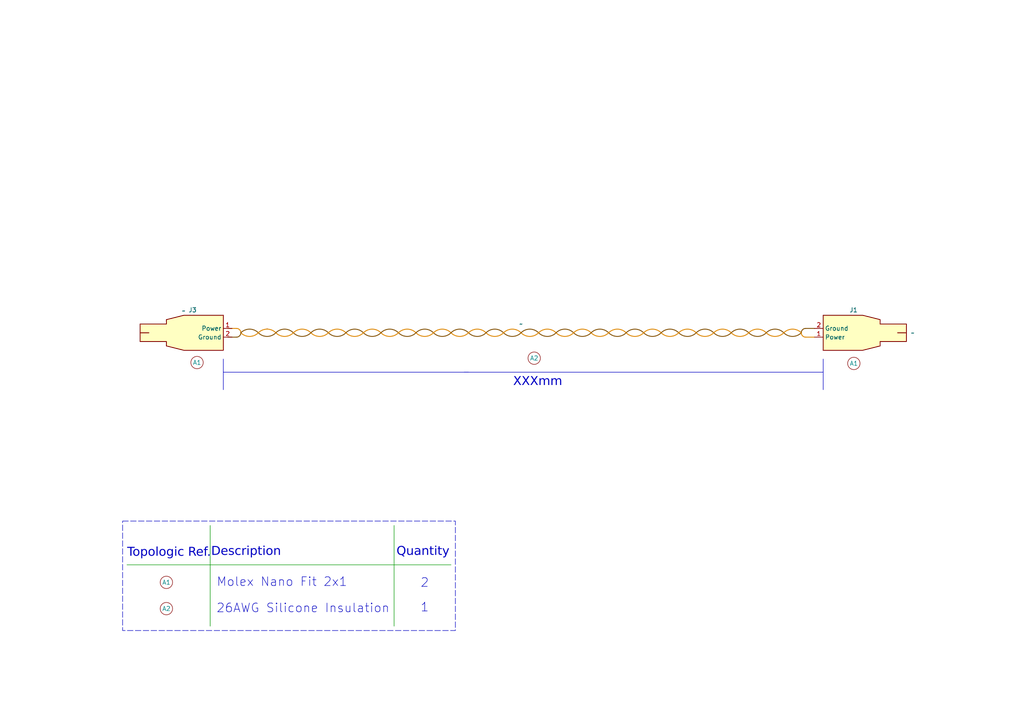
<source format=kicad_sch>
(kicad_sch (version 20231120) (generator "eeschema") (generator_version "8.0")
  (paper "A4")
  (lib_symbols
    (symbol "Molex_Nano_Fit_2x1_1"
      (property "Reference" "J" (at -6.35 7.366 0))
      (symbol "Molex_Nano_Fit_2x1_1_0_1"
        (polyline (pts (xy 8.89 10.16) (xy 8.89 10.16)))
        (polyline (pts (xy -3.81 8.89) (xy 6.35 8.89) (xy 6.35 -2.54) (xy 5.08 -7.62) (xy 3.81 -7.62) (xy 3.81 -15.24) (xy 1.27 -15.24) (xy 1.27 -12.7) (xy 1.27 -12.7) (xy 1.27 -15.24) (xy -1.27 -15.24) (xy -1.27 -7.62) (xy -2.54 -7.62) (xy -3.81 -2.54) (xy -3.81 8.89)) (stroke (width 0.254)) (fill (type color) (color 255 255 194 1)))
      )
      (symbol "Molex_Nano_Fit_2x1_1_1_1"
        (pin input line (at 0 11.43 270) (length 2.54) (name "Power") (number "1"))
        (pin input line (at 2.54 11.43 270) (length 2.54) (name "Ground") (number "2"))
      )
    )
    (symbol "connectors:Molex_Nano_Fit_2x1"
      (property "Reference" "J" (at -6.35 7.366 0))
      (symbol "Molex_Nano_Fit_2x1_0_1"
        (polyline (pts (xy 8.89 10.16) (xy 8.89 10.16)))
        (polyline (pts (xy -3.81 8.89) (xy 6.35 8.89) (xy 6.35 -2.54) (xy 5.08 -7.62) (xy 3.81 -7.62) (xy 3.81 -15.24) (xy 1.27 -15.24) (xy 1.27 -12.7) (xy 1.27 -12.7) (xy 1.27 -15.24) (xy -1.27 -15.24) (xy -1.27 -7.62) (xy -2.54 -7.62) (xy -3.81 -2.54) (xy -3.81 8.89)) (stroke (width 0.254)) (fill (type color) (color 255 255 194 1)))
      )
      (symbol "Molex_Nano_Fit_2x1_1_1"
        (pin input line (at 0 11.43 270) (length 2.54) (name "Power") (number "1"))
        (pin input line (at 2.54 11.43 270) (length 2.54) (name "Ground") (number "2"))
      )
    )
    (symbol "connectors:Twisted_Cable"
      (property "Reference" "U" (at 0 0 0))
      (symbol "Twisted_Cable_0_1"
        (arc (start -8.8899 -1.2701) (mid -7.9919 -0.8981) (end -7.6199 -0.0001) (stroke (width 0.254) (color 128 77 0 1)))
        (arc (start -7.62 0) (mid -7.992 0.898) (end -8.89 1.27) (stroke (width 0.254) (color 221 133 0 1)))
        (arc (start -7.62 0) (mid -5.08 -1.0521) (end -2.54 0) (stroke (width 0.254) (color 221 133 0 1)))
        (arc (start -2.54 0) (mid -5.08 1.0521) (end -7.62 0) (stroke (width 0.254) (color 128 77 0 1)))
        (arc (start -2.54 0) (mid 0 -1.0521) (end 2.54 0) (stroke (width 0.254) (color 128 77 0 1)))
        (polyline (pts (xy -8.89 -1.27) (xy -11.43 -1.27)) (stroke (width 0.254) (color 128 77 0 1)))
        (polyline (pts (xy -8.89 -1.27) (xy -8.89 -1.27)))
        (polyline (pts (xy -8.89 1.27) (xy -11.43 1.27)) (stroke (width 0.254) (color 221 133 0 1)))
        (polyline (pts (xy 156.21 -1.27) (xy 158.75 -1.27)) (stroke (width 0.254) (color 221 133 0 1)))
        (polyline (pts (xy 156.21 1.27) (xy 158.75 1.27)) (stroke (width 0.254) (color 128 77 0 1)))
        (arc (start 0 1.27) (mid 0 1.27) (end 0 1.27))
        (arc (start 2.54 0) (mid 0 1.0521) (end -2.54 0) (stroke (width 0.254) (color 221 133 0 1)))
        (arc (start 2.54 0) (mid 2.54 0) (end 2.54 0))
        (arc (start 2.54 0) (mid 5.08 -1.0521) (end 7.62 0) (stroke (width 0.254) (color 221 133 0 1)))
        (arc (start 7.62 0) (mid 5.08 1.0521) (end 2.54 0) (stroke (width 0.254) (color 128 77 0 1)))
        (arc (start 7.62 0) (mid 7.62 0) (end 7.62 0))
        (arc (start 7.62 0) (mid 10.16 -1.0521) (end 12.7 0) (stroke (width 0.254) (color 128 77 0 1)))
        (arc (start 12.7 0) (mid 10.16 1.0521) (end 7.62 0) (stroke (width 0.254) (color 221 133 0 1)))
        (arc (start 12.7 0) (mid 15.24 -1.0521) (end 17.78 0) (stroke (width 0.254) (color 221 133 0 1)))
        (arc (start 17.78 0) (mid 15.24 1.0521) (end 12.7 0) (stroke (width 0.254) (color 128 77 0 1)))
        (arc (start 17.78 0) (mid 17.78 0) (end 17.78 0))
        (arc (start 17.78 0) (mid 20.32 -1.0521) (end 22.86 0) (stroke (width 0.254) (color 128 77 0 1)))
        (arc (start 22.86 0) (mid 20.32 1.0521) (end 17.78 0) (stroke (width 0.254) (color 221 133 0 1)))
        (arc (start 22.86 0) (mid 25.4 -1.0521) (end 27.94 0) (stroke (width 0.254) (color 221 133 0 1)))
        (arc (start 27.94 0) (mid 25.4 1.0521) (end 22.86 0) (stroke (width 0.254) (color 128 77 0 1)))
        (arc (start 27.94 0) (mid 27.94 0) (end 27.94 0))
        (arc (start 27.94 0) (mid 30.48 -1.0521) (end 33.02 0) (stroke (width 0.254) (color 128 77 0 1)))
        (arc (start 33.02 0) (mid 30.48 1.0521) (end 27.94 0) (stroke (width 0.254) (color 221 133 0 1)))
        (arc (start 33.02 0) (mid 35.56 -1.0521) (end 38.1 0) (stroke (width 0.254) (color 221 133 0 1)))
        (arc (start 38.1 0) (mid 35.56 1.0521) (end 33.02 0) (stroke (width 0.254) (color 128 77 0 1)))
        (arc (start 38.1 0) (mid 38.1 0) (end 38.1 0))
        (arc (start 38.1 0) (mid 40.64 -1.0521) (end 43.18 0) (stroke (width 0.254) (color 128 77 0 1)))
        (arc (start 43.18 0) (mid 40.64 1.0521) (end 38.1 0) (stroke (width 0.254) (color 221 133 0 1)))
        (arc (start 43.18 0) (mid 45.72 -1.0521) (end 48.26 0) (stroke (width 0.254) (color 221 133 0 1)))
        (arc (start 48.26 0) (mid 45.72 1.0521) (end 43.18 0) (stroke (width 0.254) (color 128 77 0 1)))
        (arc (start 48.26 0) (mid 48.26 0) (end 48.26 0))
        (arc (start 48.26 0) (mid 50.8 -1.0521) (end 53.34 0) (stroke (width 0.254) (color 128 77 0 1)))
        (arc (start 53.34 0) (mid 50.8 1.0521) (end 48.26 0) (stroke (width 0.254) (color 221 133 0 1)))
        (arc (start 53.34 0) (mid 55.88 -1.0521) (end 58.42 0) (stroke (width 0.254) (color 221 133 0 1)))
        (arc (start 58.42 0) (mid 55.88 1.0521) (end 53.34 0) (stroke (width 0.254) (color 128 77 0 1)))
        (arc (start 58.42 0) (mid 58.42 0) (end 58.42 0))
        (arc (start 58.42 0) (mid 60.96 -1.0521) (end 63.5 0) (stroke (width 0.254) (color 128 77 0 1)))
        (arc (start 63.5 0) (mid 60.96 1.0521) (end 58.42 0) (stroke (width 0.254) (color 221 133 0 1)))
        (arc (start 63.5 0) (mid 66.04 -1.0521) (end 68.58 0) (stroke (width 0.254) (color 221 133 0 1)))
        (arc (start 68.58 0) (mid 66.04 1.0521) (end 63.5 0) (stroke (width 0.254) (color 128 77 0 1)))
        (arc (start 68.58 0) (mid 68.58 0) (end 68.58 0))
        (arc (start 68.58 0) (mid 71.12 -1.0521) (end 73.66 0) (stroke (width 0.254) (color 128 77 0 1)))
        (arc (start 73.66 0) (mid 71.12 1.0521) (end 68.58 0) (stroke (width 0.254) (color 221 133 0 1)))
        (arc (start 73.66 0) (mid 76.2 -1.0521) (end 78.74 0) (stroke (width 0.254) (color 221 133 0 1)))
        (arc (start 78.74 0) (mid 76.2 1.0521) (end 73.66 0) (stroke (width 0.254) (color 128 77 0 1)))
        (arc (start 78.74 0) (mid 78.74 0) (end 78.74 0))
        (arc (start 78.74 0) (mid 81.28 -1.0521) (end 83.82 0) (stroke (width 0.254) (color 128 77 0 1)))
        (arc (start 83.82 0) (mid 81.28 1.0521) (end 78.74 0) (stroke (width 0.254) (color 221 133 0 1)))
        (arc (start 83.82 0) (mid 86.36 -1.0521) (end 88.9 0) (stroke (width 0.254) (color 221 133 0 1)))
        (arc (start 88.9 0) (mid 86.36 1.0521) (end 83.82 0) (stroke (width 0.254) (color 128 77 0 1)))
        (arc (start 88.9 0) (mid 88.9 0) (end 88.9 0))
        (arc (start 88.9 0) (mid 91.44 -1.0521) (end 93.98 0) (stroke (width 0.254) (color 128 77 0 1)))
        (arc (start 93.98 0) (mid 91.44 1.0521) (end 88.9 0) (stroke (width 0.254) (color 221 133 0 1)))
        (arc (start 93.98 0) (mid 96.52 -1.0521) (end 99.06 0) (stroke (width 0.254) (color 221 133 0 1)))
        (arc (start 99.06 0) (mid 96.52 1.0521) (end 93.98 0) (stroke (width 0.254) (color 128 77 0 1)))
        (arc (start 99.06 0) (mid 99.06 0) (end 99.06 0))
        (arc (start 99.06 0) (mid 101.6 -1.0521) (end 104.14 0) (stroke (width 0.254) (color 128 77 0 1)))
        (arc (start 104.14 0) (mid 101.6 1.0521) (end 99.06 0) (stroke (width 0.254) (color 221 133 0 1)))
        (arc (start 104.14 0) (mid 106.68 -1.0521) (end 109.22 0) (stroke (width 0.254) (color 221 133 0 1)))
        (arc (start 109.22 0) (mid 106.68 1.0521) (end 104.14 0) (stroke (width 0.254) (color 128 77 0 1)))
        (arc (start 109.22 0) (mid 109.22 0) (end 109.22 0))
        (arc (start 109.22 0) (mid 111.76 -1.0521) (end 114.3 0) (stroke (width 0.254) (color 128 77 0 1)))
        (arc (start 114.3 0) (mid 111.76 1.0521) (end 109.22 0) (stroke (width 0.254) (color 221 133 0 1)))
        (arc (start 114.3 0) (mid 116.84 -1.0521) (end 119.38 0) (stroke (width 0.254) (color 221 133 0 1)))
        (arc (start 119.38 0) (mid 116.84 1.0521) (end 114.3 0) (stroke (width 0.254) (color 128 77 0 1)))
        (arc (start 119.38 0) (mid 119.38 0) (end 119.38 0))
        (arc (start 119.38 0) (mid 121.92 -1.0521) (end 124.46 0) (stroke (width 0.254) (color 128 77 0 1)))
        (arc (start 124.46 0) (mid 121.92 1.0521) (end 119.38 0) (stroke (width 0.254) (color 221 133 0 1)))
        (arc (start 124.46 0) (mid 127 -1.0521) (end 129.54 0) (stroke (width 0.254) (color 221 133 0 1)))
        (arc (start 129.54 0) (mid 127 1.0521) (end 124.46 0) (stroke (width 0.254) (color 128 77 0 1)))
        (arc (start 129.54 0) (mid 129.54 0) (end 129.54 0))
        (arc (start 129.54 0) (mid 132.08 -1.0521) (end 134.62 0) (stroke (width 0.254) (color 128 77 0 1)))
        (arc (start 134.62 0) (mid 132.08 1.0521) (end 129.54 0) (stroke (width 0.254) (color 221 133 0 1)))
        (arc (start 134.62 0) (mid 137.16 -1.0521) (end 139.7 0) (stroke (width 0.254) (color 221 133 0 1)))
        (arc (start 139.7 0) (mid 137.16 1.0521) (end 134.62 0) (stroke (width 0.254) (color 128 77 0 1)))
        (arc (start 139.7 0) (mid 139.7 0) (end 139.7 0))
        (arc (start 139.7 0) (mid 142.24 -1.0521) (end 144.78 0) (stroke (width 0.254) (color 128 77 0 1)))
        (arc (start 144.78 0) (mid 142.24 1.0521) (end 139.7 0) (stroke (width 0.254) (color 221 133 0 1)))
        (arc (start 144.78 0) (mid 147.32 -1.0521) (end 149.86 0) (stroke (width 0.254) (color 221 133 0 1)))
        (arc (start 149.86 0) (mid 147.32 1.0521) (end 144.78 0) (stroke (width 0.254) (color 128 77 0 1)))
        (arc (start 149.86 0) (mid 149.86 0) (end 149.86 0))
        (arc (start 149.86 0) (mid 152.4 -1.0521) (end 154.94 0) (stroke (width 0.254) (color 128 77 0 1)))
        (arc (start 154.94 0) (mid 152.4 1.0521) (end 149.86 0) (stroke (width 0.254) (color 221 133 0 1)))
        (arc (start 154.94 0) (mid 155.312 -0.898) (end 156.21 -1.27) (stroke (width 0.254) (color 221 133 0 1)))
        (arc (start 156.21 1.27) (mid 155.312 0.898) (end 154.94 0) (stroke (width 0.254) (color 128 77 0 1)))
      )
    )
  )
  (polyline (pts (xy 238.76 104.14) (xy 238.76 113.03)))
  (polyline (pts (xy 64.77 107.95) (xy 238.76 107.95)))
  (polyline (pts (xy 64.77 104.14) (xy 64.77 113.03)))
  (wire (pts (xy 114.3 152.4) (xy 114.3 181.61)))
  (polyline (pts (xy 134.62 107.95) (xy 135.89 107.95)))
  (wire (pts (xy 60.96 152.4) (xy 60.96 181.61)))
  (wire (pts (xy 36.83 163.83) (xy 130.81 163.83)))
  (circle (center 48.26 176.53) (radius 1.7961) (stroke (width 0) (color 132 0 0 1)))
  (circle (center 57.15 105.156) (radius 1.7961) (stroke (width 0) (color 132 0 0 1)))
  (circle (center 48.26 168.91) (radius 1.7961) (stroke (width 0) (color 132 0 0 1)))
  (circle (center 154.94 103.886) (radius 1.7961) (stroke (width 0) (color 132 0 0 1)))
  (circle (center 247.65 105.41) (radius 1.7961) (stroke (width 0) (color 132 0 0 1)))
  (rectangle (start 35.56 151.13) (end 132.08 182.88) (stroke (width 0) (type dash)))
  (text "Quantity" (at 122.682 160.782 0) (effects (font (size 2.54 2.54))))
  (text "26AWG Silicone Insulation" (at 87.884 176.53 0) (effects (font (size 2.54 2.54))))
  (text "2" (at 123.19 169.164 0) (effects (font (size 2.54 2.54))))
  (text "A2\n" (at 48.26 176.784 0) (effects (font (size 1.27 1.27))))
  (text "A1" (at 57.15 105.41 0) (effects (font (size 1.27 1.27))))
  (text "XXXmm" (at 155.956 111.506 0) (effects (font (size 2.54 2.54))))
  (text "A1" (at 247.65 105.664 0) (effects (font (size 1.27 1.27))))
  (text "A1" (at 48.26 169.164 0) (effects (font (size 1.27 1.27))))
  (text "1" (at 123.19 176.276 0) (effects (font (size 2.54 2.54))))
  (text "Topologic Ref." (at 49.022 161.036 0) (effects (font (size 2.54 2.54))))
  (text "Molex Nano Fit 2x1" (at 81.788 168.91 0) (effects (font (size 2.54 2.54))))
  (text "A2\n" (at 154.94 104.14 0) (effects (font (size 1.27 1.27))))
  (text "Description" (at 71.374 160.782 0) (effects (font (size 2.54 2.54))))
  (symbol (lib_name "Molex_Nano_Fit_2x1_1") (lib_id "connectors:Molex_Nano_Fit_2x1") (at 55.88 95.25 270) (unit 1)
    (property "Reference" "J3" (at 55.88 89.916 90))
    (property "Value" "~" (at 53.2765 90.17 90))
  )
  (symbol (lib_id "connectors:Twisted_Cable") (at 77.47 96.52 0) (unit 1)
    (property "Reference" "U1" (effects (hide yes)))
    (property "Value" "~" (at 151.13 93.98 0))
  )
  (symbol (lib_id "connectors:Molex_Nano_Fit_2x1") (at 247.65 97.79 90) (unit 1)
    (property "Reference" "J1" (at 246.38 89.916 90) (effects (justify right)))
    (property "Value" "~" (at 264.16 96.5835 90) (effects (justify right)))
  )
)
</source>
